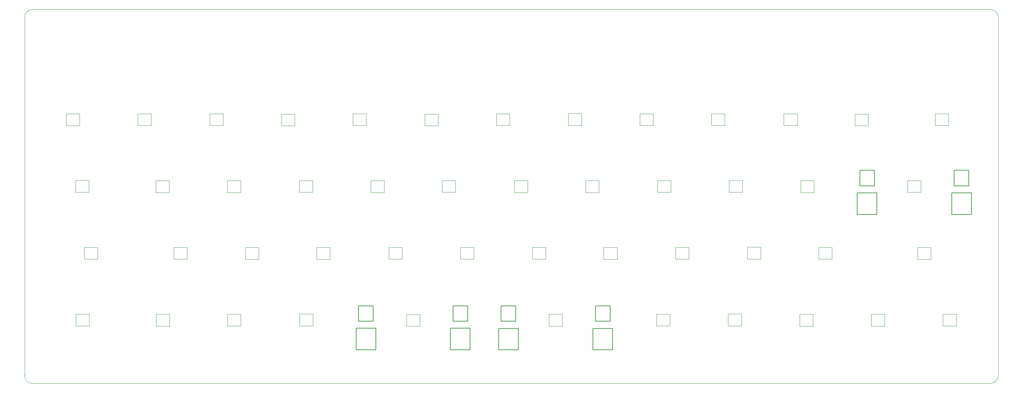
<source format=gm1>
G04 #@! TF.GenerationSoftware,KiCad,Pcbnew,(6.0.9)*
G04 #@! TF.CreationDate,2022-11-10T16:14:01+09:00*
G04 #@! TF.ProjectId,meow48,6d656f77-3438-42e6-9b69-6361645f7063,rev?*
G04 #@! TF.SameCoordinates,Original*
G04 #@! TF.FileFunction,Profile,NP*
%FSLAX46Y46*%
G04 Gerber Fmt 4.6, Leading zero omitted, Abs format (unit mm)*
G04 Created by KiCad (PCBNEW (6.0.9)) date 2022-11-10 16:14:01*
%MOMM*%
%LPD*%
G01*
G04 APERTURE LIST*
G04 #@! TA.AperFunction,Profile*
%ADD10C,0.100000*%
G04 #@! TD*
G04 #@! TA.AperFunction,Profile*
%ADD11C,0.200000*%
G04 #@! TD*
G04 #@! TA.AperFunction,Profile*
%ADD12C,0.120000*%
G04 #@! TD*
G04 APERTURE END LIST*
D10*
X25050000Y-65893824D02*
G75*
G03*
X22930374Y-67930000I-41720J-2077906D01*
G01*
X270606179Y-68000000D02*
G75*
G03*
X268536553Y-65893821I-2087879J18300D01*
G01*
X268536553Y-161150279D02*
G75*
G03*
X270606179Y-159080748I47J2069579D01*
G01*
X22930374Y-67930000D02*
X22930374Y-159070000D01*
X270606179Y-159080748D02*
X270606179Y-68000000D01*
X25000000Y-161150374D02*
X268536553Y-161150374D01*
X268536553Y-65893821D02*
X25050000Y-65893821D01*
X22930426Y-159070000D02*
G75*
G03*
X25000000Y-161150374I2074974J-5400D01*
G01*
D11*
X239070000Y-106900000D02*
X239070000Y-110800000D01*
X258720000Y-112600000D02*
X258720000Y-118100000D01*
X259370000Y-106900000D02*
X259370000Y-110800000D01*
X234720000Y-112600000D02*
X239720000Y-112600000D01*
X235370000Y-110800000D02*
X235370000Y-106900000D01*
X258720000Y-118100000D02*
X263720000Y-118100000D01*
X259370000Y-110800000D02*
X263070000Y-110800000D01*
X263070000Y-106900000D02*
X259370000Y-106900000D01*
X239070000Y-110800000D02*
X235370000Y-110800000D01*
X239720000Y-112600000D02*
X239720000Y-118100000D01*
X234720000Y-118100000D02*
X234720000Y-112600000D01*
X263720000Y-118100000D02*
X263720000Y-112600000D01*
X263070000Y-106900000D02*
X263070000Y-110800000D01*
X235370000Y-106900000D02*
X239070000Y-106900000D01*
X239720000Y-118100000D02*
X234720000Y-118100000D01*
X263720000Y-112600000D02*
X258720000Y-112600000D01*
X144140000Y-145320000D02*
X144140000Y-141420000D01*
X171840000Y-141420000D02*
X168140000Y-141420000D01*
X148490000Y-147120000D02*
X148490000Y-152620000D01*
X144140000Y-141420000D02*
X147840000Y-141420000D01*
X148490000Y-152620000D02*
X143490000Y-152620000D01*
X172490000Y-147120000D02*
X167490000Y-147120000D01*
X168140000Y-141420000D02*
X168140000Y-145320000D01*
X167490000Y-152620000D02*
X172490000Y-152620000D01*
X143490000Y-147120000D02*
X148490000Y-147120000D01*
X147840000Y-141420000D02*
X147840000Y-145320000D01*
X171840000Y-141420000D02*
X171840000Y-145320000D01*
X168140000Y-145320000D02*
X171840000Y-145320000D01*
X143490000Y-152620000D02*
X143490000Y-147120000D01*
X167490000Y-147120000D02*
X167490000Y-152620000D01*
X172490000Y-152620000D02*
X172490000Y-147120000D01*
X147840000Y-145320000D02*
X144140000Y-145320000D01*
X131900000Y-145310000D02*
X135600000Y-145310000D01*
X131250000Y-147110000D02*
X131250000Y-152610000D01*
X135600000Y-141410000D02*
X131900000Y-141410000D01*
X107900000Y-145310000D02*
X107900000Y-141410000D01*
X112250000Y-147110000D02*
X112250000Y-152610000D01*
X111600000Y-145310000D02*
X107900000Y-145310000D01*
X131900000Y-141410000D02*
X131900000Y-145310000D01*
X135600000Y-141410000D02*
X135600000Y-145310000D01*
X136250000Y-147110000D02*
X131250000Y-147110000D01*
X131250000Y-152610000D02*
X136250000Y-152610000D01*
X111600000Y-141410000D02*
X111600000Y-145310000D01*
X107250000Y-152610000D02*
X107250000Y-147110000D01*
X136250000Y-152610000D02*
X136250000Y-147110000D01*
X107250000Y-147110000D02*
X112250000Y-147110000D01*
X112250000Y-152610000D02*
X107250000Y-152610000D01*
X107900000Y-141410000D02*
X111600000Y-141410000D01*
D12*
X259900000Y-146490000D02*
X259900000Y-143490000D01*
X256500000Y-143490000D02*
X256500000Y-146490000D01*
X256500000Y-146490000D02*
X259900000Y-146490000D01*
X259900000Y-143490000D02*
X256500000Y-143490000D01*
X59700000Y-109500000D02*
X56300000Y-109500000D01*
X56300000Y-109500000D02*
X56300000Y-112500000D01*
X56300000Y-112500000D02*
X59700000Y-112500000D01*
X59700000Y-112500000D02*
X59700000Y-109500000D01*
X146320000Y-95450000D02*
X146320000Y-92450000D01*
X142920000Y-92450000D02*
X142920000Y-95450000D01*
X146320000Y-92450000D02*
X142920000Y-92450000D01*
X142920000Y-95450000D02*
X146320000Y-95450000D01*
X150900000Y-112515000D02*
X150900000Y-109515000D01*
X147500000Y-109515000D02*
X147500000Y-112515000D01*
X147500000Y-112515000D02*
X150900000Y-112515000D01*
X150900000Y-109515000D02*
X147500000Y-109515000D01*
X159690000Y-143555000D02*
X156290000Y-143555000D01*
X156290000Y-143555000D02*
X156290000Y-146555000D01*
X156290000Y-146555000D02*
X159690000Y-146555000D01*
X159690000Y-146555000D02*
X159690000Y-143555000D01*
X100620000Y-129530000D02*
X100620000Y-126530000D01*
X100620000Y-126530000D02*
X97220000Y-126530000D01*
X97220000Y-126530000D02*
X97220000Y-129530000D01*
X97220000Y-129530000D02*
X100620000Y-129530000D01*
X202100000Y-109445000D02*
X202100000Y-112445000D01*
X205500000Y-109445000D02*
X202100000Y-109445000D01*
X205500000Y-112445000D02*
X205500000Y-109445000D01*
X202100000Y-112445000D02*
X205500000Y-112445000D01*
X187300000Y-112465000D02*
X187300000Y-109465000D01*
X183900000Y-109465000D02*
X183900000Y-112465000D01*
X187300000Y-109465000D02*
X183900000Y-109465000D01*
X183900000Y-112465000D02*
X187300000Y-112465000D01*
X205220000Y-143455000D02*
X201820000Y-143455000D01*
X201820000Y-146455000D02*
X205220000Y-146455000D01*
X201820000Y-143455000D02*
X201820000Y-146455000D01*
X205220000Y-146455000D02*
X205220000Y-143455000D01*
X96160000Y-109450000D02*
X92760000Y-109450000D01*
X92760000Y-112450000D02*
X96160000Y-112450000D01*
X92760000Y-109450000D02*
X92760000Y-112450000D01*
X96160000Y-112450000D02*
X96160000Y-109450000D01*
X234080000Y-95520000D02*
X237480000Y-95520000D01*
X237480000Y-92520000D02*
X234080000Y-92520000D01*
X237480000Y-95520000D02*
X237480000Y-92520000D01*
X234080000Y-92520000D02*
X234080000Y-95520000D01*
X228300000Y-129480000D02*
X228300000Y-126480000D01*
X224900000Y-129480000D02*
X228300000Y-129480000D01*
X228300000Y-126480000D02*
X224900000Y-126480000D01*
X224900000Y-126480000D02*
X224900000Y-129480000D01*
X164580000Y-92420000D02*
X161180000Y-92420000D01*
X164580000Y-95420000D02*
X164580000Y-92420000D01*
X161180000Y-95420000D02*
X164580000Y-95420000D01*
X161180000Y-92420000D02*
X161180000Y-95420000D01*
X220270000Y-112490000D02*
X223670000Y-112490000D01*
X223670000Y-112490000D02*
X223670000Y-109490000D01*
X220270000Y-109490000D02*
X220270000Y-112490000D01*
X223670000Y-109490000D02*
X220270000Y-109490000D01*
X170220000Y-129520000D02*
X173620000Y-129520000D01*
X173620000Y-126520000D02*
X170220000Y-126520000D01*
X173620000Y-129520000D02*
X173620000Y-126520000D01*
X170220000Y-126520000D02*
X170220000Y-129520000D01*
X77910000Y-112515000D02*
X77910000Y-109515000D01*
X74510000Y-109515000D02*
X74510000Y-112515000D01*
X77910000Y-109515000D02*
X74510000Y-109515000D01*
X74510000Y-112515000D02*
X77910000Y-112515000D01*
X70030000Y-92470000D02*
X70030000Y-95470000D01*
X70030000Y-95470000D02*
X73430000Y-95470000D01*
X73430000Y-92470000D02*
X70030000Y-92470000D01*
X73430000Y-95470000D02*
X73430000Y-92470000D01*
X238220000Y-143535000D02*
X238220000Y-146535000D01*
X241620000Y-146535000D02*
X241620000Y-143535000D01*
X238220000Y-146535000D02*
X241620000Y-146535000D01*
X241620000Y-143535000D02*
X238220000Y-143535000D01*
X129150000Y-109485000D02*
X129150000Y-112485000D01*
X132550000Y-112485000D02*
X132550000Y-109485000D01*
X129150000Y-112485000D02*
X132550000Y-112485000D01*
X132550000Y-109485000D02*
X129150000Y-109485000D01*
X253410000Y-129515000D02*
X253410000Y-126515000D01*
X250010000Y-126515000D02*
X250010000Y-129515000D01*
X253410000Y-126515000D02*
X250010000Y-126515000D01*
X250010000Y-129515000D02*
X253410000Y-129515000D01*
X183640000Y-143495000D02*
X183640000Y-146495000D01*
X183640000Y-146495000D02*
X187040000Y-146495000D01*
X187040000Y-143495000D02*
X183640000Y-143495000D01*
X187040000Y-146495000D02*
X187040000Y-143495000D01*
X91610000Y-95520000D02*
X91610000Y-92520000D01*
X88210000Y-95520000D02*
X91610000Y-95520000D01*
X91610000Y-92520000D02*
X88210000Y-92520000D01*
X88210000Y-92520000D02*
X88210000Y-95520000D01*
X41500000Y-129505000D02*
X41500000Y-126505000D01*
X41500000Y-126505000D02*
X38100000Y-126505000D01*
X38100000Y-126505000D02*
X38100000Y-129505000D01*
X38100000Y-129505000D02*
X41500000Y-129505000D01*
X188460000Y-129480000D02*
X191860000Y-129480000D01*
X191860000Y-129480000D02*
X191860000Y-126480000D01*
X191860000Y-126480000D02*
X188460000Y-126480000D01*
X188460000Y-126480000D02*
X188460000Y-129480000D01*
X254490000Y-95450000D02*
X257890000Y-95450000D01*
X257890000Y-92450000D02*
X254490000Y-92450000D01*
X254490000Y-92450000D02*
X254490000Y-95450000D01*
X257890000Y-95450000D02*
X257890000Y-92450000D01*
X201030000Y-95470000D02*
X201030000Y-92470000D01*
X197630000Y-92470000D02*
X197630000Y-95470000D01*
X201030000Y-92470000D02*
X197630000Y-92470000D01*
X197630000Y-95470000D02*
X201030000Y-95470000D01*
X220060000Y-143530000D02*
X220060000Y-146530000D01*
X223460000Y-143530000D02*
X220060000Y-143530000D01*
X220060000Y-146530000D02*
X223460000Y-146530000D01*
X223460000Y-146530000D02*
X223460000Y-143530000D01*
X219430000Y-95450000D02*
X219430000Y-92450000D01*
X216030000Y-95450000D02*
X219430000Y-95450000D01*
X219430000Y-92450000D02*
X216030000Y-92450000D01*
X216030000Y-92450000D02*
X216030000Y-95450000D01*
X82460000Y-129530000D02*
X82460000Y-126530000D01*
X82460000Y-126530000D02*
X79060000Y-126530000D01*
X79060000Y-129530000D02*
X82460000Y-129530000D01*
X79060000Y-126530000D02*
X79060000Y-129530000D01*
X35920000Y-112430000D02*
X39320000Y-112430000D01*
X39320000Y-109430000D02*
X35920000Y-109430000D01*
X35920000Y-109430000D02*
X35920000Y-112430000D01*
X39320000Y-112430000D02*
X39320000Y-109430000D01*
X128090000Y-92520000D02*
X124690000Y-92520000D01*
X124690000Y-92520000D02*
X124690000Y-95520000D01*
X128090000Y-95520000D02*
X128090000Y-92520000D01*
X124690000Y-95520000D02*
X128090000Y-95520000D01*
X106440000Y-92470000D02*
X106440000Y-95470000D01*
X109840000Y-92470000D02*
X106440000Y-92470000D01*
X109840000Y-95470000D02*
X109840000Y-92470000D01*
X106440000Y-95470000D02*
X109840000Y-95470000D01*
X137140000Y-126460000D02*
X133740000Y-126460000D01*
X133740000Y-129460000D02*
X137140000Y-129460000D01*
X137140000Y-129460000D02*
X137140000Y-126460000D01*
X133740000Y-126460000D02*
X133740000Y-129460000D01*
X206720000Y-126440000D02*
X206720000Y-129440000D01*
X210120000Y-129440000D02*
X210120000Y-126440000D01*
X206720000Y-129440000D02*
X210120000Y-129440000D01*
X210120000Y-126440000D02*
X206720000Y-126440000D01*
X96300000Y-146440000D02*
X96300000Y-143440000D01*
X92900000Y-143440000D02*
X92900000Y-146440000D01*
X92900000Y-146440000D02*
X96300000Y-146440000D01*
X96300000Y-143440000D02*
X92900000Y-143440000D01*
X152040000Y-126480000D02*
X152040000Y-129480000D01*
X155440000Y-126480000D02*
X152040000Y-126480000D01*
X152040000Y-129480000D02*
X155440000Y-129480000D01*
X155440000Y-129480000D02*
X155440000Y-126480000D01*
X123470000Y-143605000D02*
X120070000Y-143605000D01*
X120070000Y-146605000D02*
X123470000Y-146605000D01*
X120070000Y-143605000D02*
X120070000Y-146605000D01*
X123470000Y-146605000D02*
X123470000Y-143605000D01*
X179400000Y-95435000D02*
X182800000Y-95435000D01*
X182800000Y-95435000D02*
X182800000Y-92435000D01*
X179400000Y-92435000D02*
X179400000Y-95435000D01*
X182800000Y-92435000D02*
X179400000Y-92435000D01*
X35990000Y-146490000D02*
X39390000Y-146490000D01*
X35990000Y-143490000D02*
X35990000Y-146490000D01*
X39390000Y-143490000D02*
X35990000Y-143490000D01*
X39390000Y-146490000D02*
X39390000Y-143490000D01*
X111030000Y-112515000D02*
X114430000Y-112515000D01*
X111030000Y-109515000D02*
X111030000Y-112515000D01*
X114430000Y-112515000D02*
X114430000Y-109515000D01*
X114430000Y-109515000D02*
X111030000Y-109515000D01*
X247450000Y-109455000D02*
X247450000Y-112455000D01*
X247450000Y-112455000D02*
X250850000Y-112455000D01*
X250850000Y-112455000D02*
X250850000Y-109455000D01*
X250850000Y-109455000D02*
X247450000Y-109455000D01*
X115540000Y-129480000D02*
X118940000Y-129480000D01*
X118940000Y-129480000D02*
X118940000Y-126480000D01*
X118940000Y-126480000D02*
X115540000Y-126480000D01*
X115540000Y-126480000D02*
X115540000Y-129480000D01*
X165620000Y-112490000D02*
X169020000Y-112490000D01*
X169020000Y-112490000D02*
X169020000Y-109490000D01*
X165620000Y-109490000D02*
X165620000Y-112490000D01*
X169020000Y-109490000D02*
X165620000Y-109490000D01*
X59780000Y-143530000D02*
X56380000Y-143530000D01*
X56380000Y-143530000D02*
X56380000Y-146530000D01*
X59780000Y-146530000D02*
X59780000Y-143530000D01*
X56380000Y-146530000D02*
X59780000Y-146530000D01*
X64250000Y-129490000D02*
X64250000Y-126490000D01*
X64250000Y-126490000D02*
X60850000Y-126490000D01*
X60850000Y-129490000D02*
X64250000Y-129490000D01*
X60850000Y-126490000D02*
X60850000Y-129490000D01*
X55140000Y-95435000D02*
X55140000Y-92435000D01*
X51740000Y-95435000D02*
X55140000Y-95435000D01*
X55140000Y-92435000D02*
X51740000Y-92435000D01*
X51740000Y-92435000D02*
X51740000Y-95435000D01*
X33560000Y-92485000D02*
X33560000Y-95485000D01*
X36960000Y-92485000D02*
X33560000Y-92485000D01*
X33560000Y-95485000D02*
X36960000Y-95485000D01*
X36960000Y-95485000D02*
X36960000Y-92485000D01*
X74530000Y-146480000D02*
X77930000Y-146480000D01*
X74530000Y-143480000D02*
X74530000Y-146480000D01*
X77930000Y-146480000D02*
X77930000Y-143480000D01*
X77930000Y-143480000D02*
X74530000Y-143480000D01*
M02*

</source>
